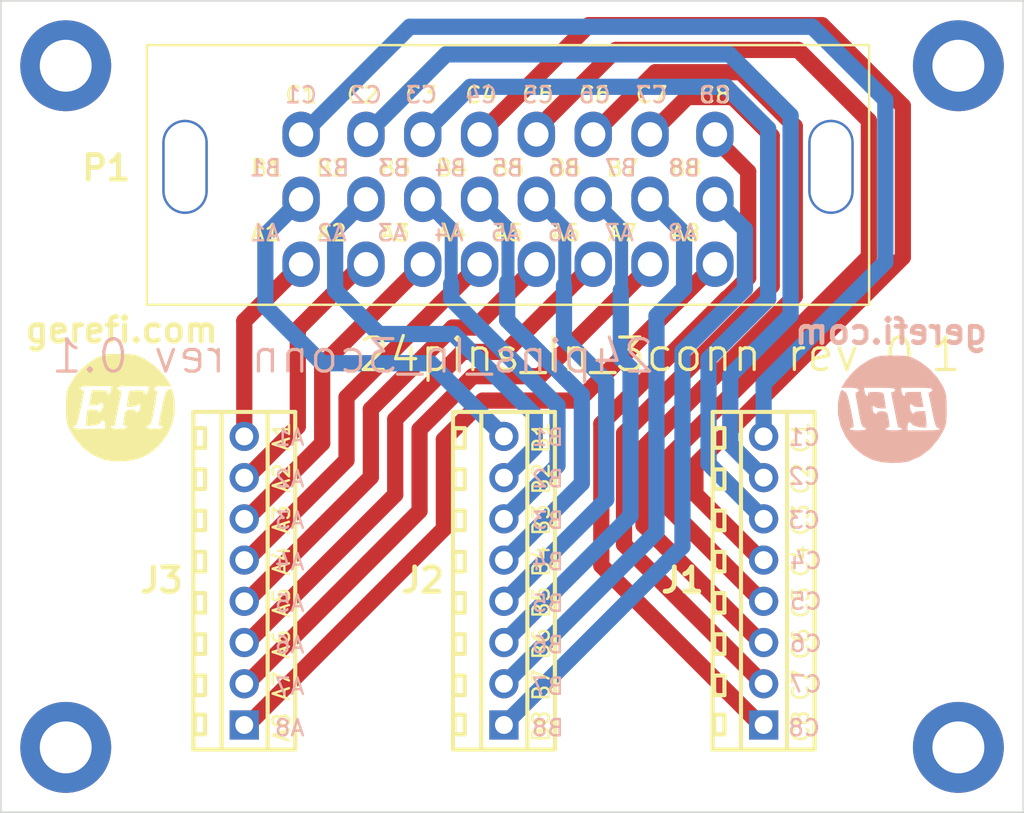
<source format=kicad_pcb>
(kicad_pcb (version 20211014) (generator pcbnew)
  (layers (0 "F.Cu" signal) (31 "B.Cu" signal) (34 "B.Paste" user) (35 "F.Paste" user) (36 "B.SilkS" user "B.Silkscreen") (37 "F.SilkS" user "F.Silkscreen") (38 "B.Mask" user) (39 "F.Mask" user) (44 "Edge.Cuts" user))
  (net 0 "")
  (net 1 "Net-(J2-Pad1)")
  (net 2 "Net-(J2-Pad2)")
  (net 3 "Net-(J2-Pad3)")
  (net 4 "Net-(J2-Pad4)")
  (net 5 "Net-(J1-Pad8)")
  (net 6 "Net-(J1-Pad7)")
  (net 7 "Net-(J1-Pad6)")
  (net 8 "Net-(J1-Pad5)")
  (net 9 "Net-(J1-Pad4)")
  (net 10 "Net-(J1-Pad3)")
  (net 11 "Net-(J1-Pad2)")
  (net 12 "Net-(J1-Pad1)")
  (net 13 "Net-(J2-Pad8)")
  (net 14 "Net-(J2-Pad7)")
  (net 15 "Net-(J2-Pad6)")
  (net 16 "Net-(J2-Pad5)")
  (net 17 "Net-(J3-Pad8)")
  (net 18 "Net-(J3-Pad7)")
  (net 19 "Net-(J3-Pad6)")
  (net 20 "Net-(J3-Pad5)")
  (net 21 "Net-(J3-Pad4)")
  (net 22 "Net-(J3-Pad3)")
  (net 23 "Net-(J3-Pad2)")
  (net 24 "Net-(J3-Pad1)")
  (footprint "MountingHole:MountingHole_3.2mm_M3_DIN965_Pad" (layer "F.Cu") (at 119 94 180)
    (fp_text reference "H4" hide)
    (fp_text value "MountingHole" hide)
    (pad "1" thru_hole circle locked (at 0 0 180) (size 5.6 5.6) (drill 3.2) (layers *.Cu *.Mask))
  )
  (footprint "gerefi_common:LOGO" (layer "F.Cu") (at 67.36 115.1)
    (fp_text reference "G?" hide)
    (fp_text value "LOGO" hide)
    (fp_text user "gerefi.com" (at 0.09 -4.82) (layer "F.SilkS") (effects (font (size 1.5 1.5) (thickness 0.3))))
  )
  (footprint "Connectors:DB125-2.54-8P-GN-S" (layer "F.Cu") (at 107 125.73 90)
    (fp_text reference "J1" (at 0.03 -5 unlocked) (layer "F.SilkS") (effects (font (size 1.5 1.5) (thickness 0.3))))
    (fp_text value "DB125-2.54-8P-GN-S")
    (pad "1" thru_hole rect (at -8.89 0 90) (size 1.799996 1.799996) (drill 1.100023) (layers *.Cu *.Mask) (net 12 "Net-(J1-Pad1)"))
    (pad "2" thru_hole circle (at -6.35 0 90) (size 1.799996 1.799996) (drill 1.100023) (layers *.Cu *.Mask) (net 11 "Net-(J1-Pad2)"))
    (pad "3" thru_hole circle (at -3.81 0 90) (size 1.799996 1.799996) (drill 1.100023) (layers *.Cu *.Mask) (net 10 "Net-(J1-Pad3)"))
    (pad "4" thru_hole circle (at -1.27 0 90) (size 1.799996 1.799996) (drill 1.100023) (layers *.Cu *.Mask) (net 9 "Net-(J1-Pad4)"))
    (pad "5" thru_hole circle (at 1.27 0 90) (size 1.799996 1.799996) (drill 1.100023) (layers *.Cu *.Mask) (net 8 "Net-(J1-Pad5)"))
    (pad "6" thru_hole circle (at 3.81 0 90) (size 1.799996 1.799996) (drill 1.100023) (layers *.Cu *.Mask) (net 7 "Net-(J1-Pad6)"))
    (pad "7" thru_hole circle (at 6.35 0 90) (size 1.799996 1.799996) (drill 1.100023) (layers *.Cu *.Mask) (net 6 "Net-(J1-Pad7)"))
    (pad "8" thru_hole circle (at 8.89 0 90) (size 1.799996 1.799996) (drill 1.100023) (layers *.Cu *.Mask) (net 5 "Net-(J1-Pad8)"))
  )
  (footprint "alphax-2ch:33311-24AW-2" (layer "F.Cu") (at 78.5 106.231)
    (fp_text reference "P1" (at -12 -5.931 unlocked) (layer "F.SilkS") (effects (font (size 1.5 1.5) (thickness 0.3))))
    (fp_text value "33311-24AW-2" hide)
    (fp_text user "C4" (at 11.1 -10.431 unlocked) (layer "B.SilkS") (effects (justify mirror)))
    (fp_text user "B6" (at 16.2 -5.931 unlocked) (layer "B.SilkS") (effects (justify mirror)))
    (fp_text user "A2" (at 1.9 -1.931 unlocked) (layer "B.SilkS") (effects (justify mirror)))
    (fp_text user "A7" (at 19.6 -1.931 unlocked) (layer "B.SilkS") (effects (justify mirror)))
    (fp_text user "C2" (at 4 -10.431 unlocked) (layer "B.SilkS") (effects (justify mirror)))
    (fp_text user "A5" (at 12.6 -1.931 unlocked) (layer "B.SilkS") (effects (justify mirror)))
    (fp_text user "B5" (at 12.7 -5.931 unlocked) (layer "B.SilkS") (effects (justify mirror)))
    (fp_text user "B4" (at 9.2 -5.931 unlocked) (layer "B.SilkS") (effects (justify mirror)))
    (fp_text user "C5" (at 14.6 -10.431 unlocked) (layer "B.SilkS") (effects (justify mirror)))
    (fp_text user "A6" (at 16.1 -1.931 unlocked) (layer "B.SilkS") (effects (justify mirror)))
    (fp_text user "B8" (at 23.6 -5.931 unlocked) (layer "B.SilkS") (effects (justify mirror)))
    (fp_text user "C7" (at 21.6 -10.431 unlocked) (layer "B.SilkS") (effects (justify mirror)))
    (fp_text user "C1" (at 0 -10.431 unlocked) (layer "B.SilkS") (effects (justify mirror)))
    (fp_text user "B7" (at 19.7 -5.931 unlocked) (layer "B.SilkS") (effects (justify mirror)))
    (fp_text user "C8" (at 25.5 -10.431 unlocked) (layer "B.SilkS") (effects (justify mirror)))
    (fp_text user "A1" (at -2.2 -1.931 unlocked) (layer "B.SilkS") (effects (justify mirror)))
    (fp_text user "B3" (at 5.7 -5.931 unlocked) (layer "B.SilkS") (effects (justify mirror)))
    (fp_text user "A3" (at 5.6 -1.931 unlocked) (layer "B.SilkS") (effects (justify mirror)))
    (fp_text user "C3" (at 7.4 -10.431 unlocked) (layer "B.SilkS") (effects (justify mirror)))
    (fp_text user "B2" (at 2 -5.931 unlocked) (layer "B.SilkS") (effects (justify mirror)))
    (fp_text user "A8" (at 23.5 -1.931 unlocked) (layer "B.SilkS") (effects (justify mirror)))
    (fp_text user "A4" (at 9.1 -1.931 unlocked) (layer "B.SilkS") (effects (justify mirror)))
    (fp_text user "B1" (at -2.2 -5.931 unlocked) (layer "B.SilkS") (effects (justify mirror)))
    (fp_text user "C6" (at 18.1 -10.431 unlocked) (layer "B.SilkS") (effects (justify mirror)))
    (fp_text user "B5" (at 12.8 -5.931 unlocked) (layer "F.SilkS"))
    (fp_text user "A3" (at 5.8 -1.931 unlocked) (layer "F.SilkS"))
    (fp_text user "C2" (at 3.8 -10.431 unlocked) (layer "F.SilkS"))
    (fp_text user "B8" (at 23.7 -5.931 unlocked) (layer "F.SilkS"))
    (fp_text user "A8" (at 23.7 -1.931 unlocked) (layer "F.SilkS"))
    (fp_text user "A6" (at 16.3 -1.931 unlocked) (layer "F.SilkS"))
    (fp_text user "A5" (at 12.8 -1.931 unlocked) (layer "F.SilkS"))
    (fp_text user "A7" (at 19.8 -1.931 unlocked) (layer "F.SilkS"))
    (fp_text user "C5" (at 14.6 -10.431 unlocked) (layer "F.SilkS"))
    (fp_text user "C4" (at 11.1 -10.431 unlocked) (layer "F.SilkS"))
    (fp_text user "B1" (at -2.1 -5.931 unlocked) (layer "F.SilkS"))
    (fp_text user "A4" (at 9.3 -1.931 unlocked) (layer "F.SilkS"))
    (fp_text user "C3" (at 7.4 -10.431 unlocked) (layer "F.SilkS"))
    (fp_text user "A1" (at -2.2 -1.931 unlocked) (layer "F.SilkS"))
    (fp_text user "B2" (at 1.9 -5.931 unlocked) (layer "F.SilkS"))
    (fp_text user "A2" (at 1.9 -1.931 unlocked) (layer "F.SilkS"))
    (fp_text user "B6" (at 16.3 -5.931 unlocked) (layer "F.SilkS"))
    (fp_text user "C7" (at 21.6 -10.431 unlocked) (layer "F.SilkS"))
    (fp_text user "B3" (at 5.8 -5.931 unlocked) (layer "F.SilkS"))
    (fp_text user "C6" (at 18.1 -10.431 unlocked) (layer "F.SilkS"))
    (fp_text user "C8" (at 25.5 -10.431 unlocked) (layer "F.SilkS"))
    (fp_text user "C1" (at 0 -10.431 unlocked) (layer "F.SilkS"))
    (fp_text user "B7" (at 19.8 -5.931 unlocked) (layer "F.SilkS"))
    (fp_text user "B4" (at 9.3 -5.931 unlocked) (layer "F.SilkS"))
    (pad "" thru_hole oval locked (at 32.65 -6 270) (size 5.8 2.8) (drill oval 5.5 2.5) (layers *.Cu *.Mask))
    (pad "" thru_hole oval locked (at -7.15 -6 270) (size 5.8 2.8) (drill oval 5.5 2.5) (layers *.Cu *.Mask))
    (pad "1" thru_hole oval locked (at 0 0 270) (size 2.8 2.3) (drill 1.5) (layers *.Cu *.Mask) (net 17 "Net-(J3-Pad8)"))
    (pad "2" thru_hole oval locked (at 4 0 270) (size 2.8 2.3) (drill 1.5) (layers *.Cu *.Mask) (net 18 "Net-(J3-Pad7)"))
    (pad "3" thru_hole oval locked (at 7.5 0 270) (size 2.8 2.3) (drill 1.5) (layers *.Cu *.Mask) (net 19 "Net-(J3-Pad6)"))
    (pad "4" thru_hole oval locked (at 11 0 270) (size 2.8 2.3) (drill 1.5) (layers *.Cu *.Mask) (net 20 "Net-(J3-Pad5)"))
    (pad "5" thru_hole oval locked (at 14.5 0 270) (size 2.8 2.3) (drill 1.5) (layers *.Cu *.Mask) (net 21 "Net-(J3-Pad4)"))
    (pad "6" thru_hole oval locked (at 18 0 270) (size 2.8 2.3) (drill 1.5) (layers *.Cu *.Mask) (net 22 "Net-(J3-Pad3)"))
    (pad "7" thru_hole oval locked (at 21.5 0 270) (size 2.8 2.3) (drill 1.5) (layers *.Cu *.Mask) (net 23 "Net-(J3-Pad2)"))
    (pad "8" thru_hole oval locked (at 25.5 0 270) (size 2.8 2.3) (drill 1.5) (layers *.Cu *.Mask) (net 24 "Net-(J3-Pad1)"))
    (pad "9" thru_hole oval locked (at 0 -4 270) (size 2.8 2.3) (drill 1.5) (layers *.Cu *.Mask) (net 13 "Net-(J2-Pad8)"))
    (pad "10" thru_hole oval locked (at 4 -4 270) (size 2.8 2.3) (drill 1.5) (layers *.Cu *.Mask) (net 14 "Net-(J2-Pad7)"))
    (pad "11" thru_hole oval locked (at 7.5 -4 270) (size 2.8 2.3) (drill 1.5) (layers *.Cu *.Mask) (net 15 "Net-(J2-Pad6)"))
    (pad "12" thru_hole oval locked (at 11 -4 270) (size 2.8 2.3) (drill 1.5) (layers *.Cu *.Mask) (net 16 "Net-(J2-Pad5)"))
    (pad "13" thru_hole oval locked (at 14.5 -4 270) (size 2.8 2.3) (drill 1.5) (layers *.Cu *.Mask) (net 4 "Net-(J2-Pad4)"))
    (pad "14" thru_hole oval locked (at 18 -4 270) (size 2.8 2.3) (drill 1.5) (layers *.Cu *.Mask) (net 3 "Net-(J2-Pad3)"))
    (pad "15" thru_hole oval locked (at 21.5 -4 270) (size 2.8 2.3) (drill 1.5) (layers *.Cu *.Mask) (net 2 "Net-(J2-Pad2)"))
    (pad "16" thru_hole oval locked (at 25.5 -4 270) (size 2.8 2.3) (drill 1.5) (layers *.Cu *.Mask) (net 1 "Net-(J2-Pad1)"))
    (pad "17" thru_hole oval locked (at 0 -8 270) (size 2.8 2.3) (drill 1.5) (layers *.Cu *.Mask) (net 5 "Net-(J1-Pad8)"))
    (pad "18" thru_hole oval locked (at 4 -8 270) (size 2.8 2.3) (drill 1.5) (layers *.Cu *.Mask) (net 6 "Net-(J1-Pad7)"))
    (pad "19" thru_hole oval locked (at 7.5 -8 270) (size 2.8 2.3) (drill 1.5) (layers *.Cu *.Mask) (net 7 "Net-(J1-Pad6)"))
    (pad "20" thru_hole oval locked (at 11 -8 270) (size 2.8 2.3) (drill 1.5) (layers *.Cu *.Mask) (net 8 "Net-(J1-Pad5)"))
    (pad "21" thru_hole oval locked (at 14.5 -8 270) (size 2.8 2.3) (drill 1.5) (layers *.Cu *.Mask) (net 9 "Net-(J1-Pad4)"))
    (pad "22" thru_hole oval locked (at 18 -8 270) (size 2.8 2.3) (drill 1.5) (layers *.Cu *.Mask) (net 10 "Net-(J1-Pad3)"))
    (pad "23" thru_hole oval locked (at 21.5 -8 270) (size 2.8 2.3) (drill 1.5) (layers *.Cu *.Mask) (net 11 "Net-(J1-Pad2)"))
    (pad "24" thru_hole oval locked (at 25.5 -8 270) (size 2.8 2.3) (drill 1.5) (layers *.Cu *.Mask) (net 12 "Net-(J1-Pad1)"))
  )
  (footprint "Connectors:DB125-2.54-8P-GN-S" (layer "F.Cu") (at 91 125.73 90)
    (fp_text reference "J2" (at 0.03 -5 unlocked) (layer "F.SilkS") (effects (font (size 1.5 1.5) (thickness 0.3))))
    (fp_text value "DB125-2.54-8P-GN-S")
    (pad "1" thru_hole rect (at -8.89 0 90) (size 1.799996 1.799996) (drill 1.100023) (layers *.Cu *.Mask) (net 1 "Net-(J2-Pad1)"))
    (pad "2" thru_hole circle (at -6.35 0 90) (size 1.799996 1.799996) (drill 1.100023) (layers *.Cu *.Mask) (net 2 "Net-(J2-Pad2)"))
    (pad "3" thru_hole circle (at -3.81 0 90) (size 1.799996 1.799996) (drill 1.100023) (layers *.Cu *.Mask) (net 3 "Net-(J2-Pad3)"))
    (pad "4" thru_hole circle (at -1.27 0 90) (size 1.799996 1.799996) (drill 1.100023) (layers *.Cu *.Mask) (net 4 "Net-(J2-Pad4)"))
    (pad "5" thru_hole circle (at 1.27 0 90) (size 1.799996 1.799996) (drill 1.100023) (layers *.Cu *.Mask) (net 16 "Net-(J2-Pad5)"))
    (pad "6" thru_hole circle (at 3.81 0 90) (size 1.799996 1.799996) (drill 1.100023) (layers *.Cu *.Mask) (net 15 "Net-(J2-Pad6)"))
    (pad "7" thru_hole circle (at 6.35 0 90) (size 1.799996 1.799996) (drill 1.100023) (layers *.Cu *.Mask) (net 14 "Net-(J2-Pad7)"))
    (pad "8" thru_hole circle (at 8.89 0 90) (size 1.799996 1.799996) (drill 1.100023) (layers *.Cu *.Mask) (net 13 "Net-(J2-Pad8)"))
  )
  (footprint "MountingHole:MountingHole_3.2mm_M3_DIN965_Pad" (layer "F.Cu") (at 64 136 180)
    (fp_text reference "H1" hide)
    (fp_text value "MountingHole" hide)
    (pad "1" thru_hole circle locked (at 0 0 180) (size 5.6 5.6) (drill 3.2) (layers *.Cu *.Mask))
  )
  (footprint "Connectors:DB125-2.54-8P-GN-S" (layer "F.Cu") (at 75 125.73 90)
    (fp_text reference "J3" (at 0.03 -5.1 unlocked) (layer "F.SilkS") (effects (font (size 1.5 1.5) (thickness 0.3))))
    (fp_text value "DB125-2.54-8P-GN-S")
    (pad "1" thru_hole rect (at -8.89 0 90) (size 1.799996 1.799996) (drill 1.100023) (layers *.Cu *.Mask) (net 24 "Net-(J3-Pad1)"))
    (pad "2" thru_hole circle (at -6.35 0 90) (size 1.799996 1.799996) (drill 1.100023) (layers *.Cu *.Mask) (net 23 "Net-(J3-Pad2)"))
    (pad "3" thru_hole circle (at -3.81 0 90) (size 1.799996 1.799996) (drill 1.100023) (layers *.Cu *.Mask) (net 22 "Net-(J3-Pad3)"))
    (pad "4" thru_hole circle (at -1.27 0 90) (size 1.799996 1.799996) (drill 1.100023) (layers *.Cu *.Mask) (net 21 "Net-(J3-Pad4)"))
    (pad "5" thru_hole circle (at 1.27 0 90) (size 1.799996 1.799996) (drill 1.100023) (layers *.Cu *.Mask) (net 20 "Net-(J3-Pad5)"))
    (pad "6" thru_hole circle (at 3.81 0 90) (size 1.799996 1.799996) (drill 1.100023) (layers *.Cu *.Mask) (net 19 "Net-(J3-Pad6)"))
    (pad "7" thru_hole circle (at 6.35 0 90) (size 1.799996 1.799996) (drill 1.100023) (layers *.Cu *.Mask) (net 18 "Net-(J3-Pad7)"))
    (pad "8" thru_hole circle (at 8.89 0 90) (size 1.799996 1.799996) (drill 1.100023) (layers *.Cu *.Mask) (net 17 "Net-(J3-Pad8)"))
  )
  (footprint "MountingHole:MountingHole_3.2mm_M3_DIN965_Pad" (layer "F.Cu") (at 64 94 180)
    (fp_text reference "H3" hide)
    (fp_text value "MountingHole" hide)
    (pad "1" thru_hole circle locked (at 0 0 180) (size 5.6 5.6) (drill 3.2) (layers *.Cu *.Mask))
  )
  (footprint "MountingHole:MountingHole_3.2mm_M3_DIN965_Pad" (layer "F.Cu") (at 119 136 180)
    (fp_text reference "H2" hide)
    (fp_text value "MountingHole" hide)
    (pad "1" thru_hole circle locked (at 0 0 180) (size 5.6 5.6) (drill 3.2) (layers *.Cu *.Mask))
  )
  (footprint "gerefi_common:LOGO" (layer "B.Cu") (at 114.934286 115.2 180)
    (fp_text reference "G?" hide)
    (fp_text value "LOGO" hide)
    (fp_text user "gerefi.com" (at 0.09 4.82) (layer "B.SilkS") (effects (font (size 1.5 1.5) (thickness 0.3)) (justify mirror)))
  )
  (gr_line (start 60 90) (end 60 140) (layer "Edge.Cuts") (width 0.1))
  (gr_line (start 123 90) (end 60 90) (layer "Edge.Cuts") (width 0.1))
  (gr_line (start 60 140) (end 123 140) (layer "Edge.Cuts") (width 0.1))
  (gr_line (start 123 140) (end 123 90) (layer "Edge.Cuts") (width 0.1))
  (gr_text "B4" (at 93.7 124.571426) (layer "B.SilkS") (effects (font (size 1 1)) (justify mirror)))
  (gr_text "C3" (at 109.5 122) (layer "B.SilkS") (effects (font (size 1 1)) (justify mirror)))
  (gr_text "B2" (at 93.7 119.457142) (layer "B.SilkS") (effects (font (size 1 1)) (justify mirror)))
  (gr_text "C4" (at 109.6 124.5) (layer "B.SilkS") (effects (font (size 1 1)) (justify mirror)))
  (gr_text "24pins_In_3conn rev 0.1" (at 81.684286 111.9) (layer "B.SilkS") (effects (font (size 2 2) (thickness 0.2)) (justify mirror)))
  (gr_text "A2" (at 77.8 119.457142) (layer "B.SilkS") (effects (font (size 1 1)) (justify mirror)))
  (gr_text "A6" (at 77.8 129.68571) (layer "B.SilkS") (effects (font (size 1 1)) (justify mirror)))
  (gr_text "A7" (at 77.8 132.242852) (layer "B.SilkS") (effects (font (size 1 1)) (justify mirror)))
  (gr_text "C8" (at 109.5 134.8) (layer "B.SilkS") (effects (font (size 1 1)) (justify mirror)))
  (gr_text "C6" (at 109.6 129.6) (layer "B.SilkS") (effects (font (size 1 1)) (justify mirror)))
  (gr_text "C7" (at 109.6 132.1) (layer "B.SilkS") (effects (font (size 1 1)) (justify mirror)))
  (gr_text "A1" (at 77.8 116.9) (layer "B.SilkS") (effects (font (size 1 1)) (justify mirror)))
  (gr_text "A5" (at 77.8 127.128568) (layer "B.SilkS") (effects (font (size 1 1)) (justify mirror)))
  (gr_text "A3" (at 77.8 122.014284) (layer "B.SilkS") (effects (font (size 1 1)) (justify mirror)))
  (gr_text "B7" (at 93.7 132.242852) (layer "B.SilkS") (effects (font (size 1 1)) (justify mirror)))
  (gr_text "C2" (at 109.5 119.3) (layer "B.SilkS") (effects (font (size 1 1)) (justify mirror)))
  (gr_text "B3" (at 93.7 122.014284) (layer "B.SilkS") (effects (font (size 1 1)) (justify mirror)))
  (gr_text "B1" (at 93.7 116.9) (layer "B.SilkS") (effects (font (size 1 1)) (justify mirror)))
  (gr_text "A8" (at 77.8 134.8) (layer "B.SilkS") (effects (font (size 1 1)) (justify mirror)))
  (gr_text "B5" (at 93.7 127.128568) (layer "B.SilkS") (effects (font (size 1 1)) (justify mirror)))
  (gr_text "A4" (at 77.8 124.571426) (layer "B.SilkS") (effects (font (size 1 1)) (justify mirror)))
  (gr_text "C5" (at 109.6 127) (layer "B.SilkS") (effects (font (size 1 1)) (justify mirror)))
  (gr_text "B6" (at 93.7 129.68571) (layer "B.SilkS") (effects (font (size 1 1)) (justify mirror)))
  (gr_text "C1" (at 109.5 116.9) (layer "B.SilkS") (effects (font (size 1 1)) (justify mirror)))
  (gr_text "B8" (at 93.7 134.8) (layer "B.SilkS") (effects (font (size 1 1)) (justify mirror)))
  (gr_text "C2" (at 109.3 119.442857 90) (layer "F.SilkS") (effects (font (size 1 1))))
  (gr_text "B4" (at 93.3 124.528571 90) (layer "F.SilkS") (effects (font (size 1 1))))
  (gr_text "A7" (at 77.3 132.208161 90) (layer "F.SilkS") (effects (font (size 1 1))))
  (gr_text "C4" (at 109.3 124.528571 90) (layer "F.SilkS") (effects (font (size 1 1))))
  (gr_text "24pins_In_3conn rev 0.1" (at 100.61 111.8) (layer "F.SilkS") (effects (font (size 2 2) (thickness 0.2))))
  (gr_text "A3" (at 77.3 121.955101 90) (layer "F.SilkS") (effects (font (size 1 1))))
  (gr_text "A1" (at 77.3 116.828571 90) (layer "F.SilkS") (effects (font (size 1 1))))
  (gr_text "B3" (at 93.3 121.985714 90) (layer "F.SilkS") (effects (font (size 1 1))))
  (gr_text "A5" (at 77.3 127.081631 90) (layer "F.SilkS") (effects (font (size 1 1))))
  (gr_text "B7" (at 93.3 132.157142 90) (layer "F.SilkS") (effects (font (size 1 1))))
  (gr_text "A4" (at 77.3 124.518366 90) (layer "F.SilkS") (effects (font (size 1 1))))
  (gr_text "C7" (at 109.3 132.157142 90) (layer "F.SilkS") (effects (font (size 1 1))))
  (gr_text "B8" (at 93.3 134.7 90) (layer "F.SilkS") (effects (font (size 1 1))))
  (gr_text "C5" (at 109.3 127.071428 90) (layer "F.SilkS") (effects (font (size 1 1))))
  (gr_text "C8" (at 109.3 134.7 90) (layer "F.SilkS") (effects (font (size 1 1))))
  (gr_text "A8" (at 77.3 134.771428 90) (layer "F.SilkS") (effects (font (size 1 1))))
  (gr_text "C6" (at 109.3 129.614285 90) (layer "F.SilkS") (effects (font (size 1 1))))
  (gr_text "B5" (at 93.3 127.071428 90) (layer "F.SilkS") (effects (font (size 1 1))))
  (gr_text "A2" (at 77.3 119.391836 90) (layer "F.SilkS") (effects (font (size 1 1))))
  (gr_text "B2" (at 93.3 119.442857 90) (layer "F.SilkS") (effects (font (size 1 1))))
  (gr_text "B1" (at 93.3 116.9 90) (layer "F.SilkS") (effects (font (size 1 1))))
  (gr_text "C1" (at 109.3 116.9 90) (layer "F.SilkS") (effects (font (size 1 1))))
  (gr_text "C3" (at 109.3 121.985714 90) (layer "F.SilkS") (effects (font (size 1 1))))
  (gr_text "B6" (at 93.3 129.614285 90) (layer "F.SilkS") (effects (font (size 1 1))))
  (gr_text "A6" (at 77.3 129.644896 90) (layer "F.SilkS") (effects (font (size 1 1))))
  (segment (start 105.85 104.081) (end 105.85 107.75) (width 1) (layer "B.Cu") (net 1))
  (segment (start 105.85 107.75) (end 102 111.6) (width 1) (layer "B.Cu") (net 1))
  (segment (start 102 111.6) (end 102 123.62) (width 1) (layer "B.Cu") (net 1))
  (segment (start 104 102.231) (end 105.85 104.081) (width 1) (layer "B.Cu") (net 1))
  (segment (start 102 123.62) (end 91 134.62) (width 1) (layer "B.Cu") (net 1))
  (segment (start 91 132.08) (end 91.05 132.08) (width 1) (layer "B.Cu") (net 2))
  (segment (start 100.001 102.231) (end 100 102.231) (width 1) (layer "B.Cu") (net 2))
  (segment (start 102.1 107.7) (end 102.1 104.33) (width 1) (layer "B.Cu") (net 2))
  (segment (start 91.05 132.08) (end 100.4 122.73) (width 1) (layer "B.Cu") (net 2))
  (segment (start 100.4 122.73) (end 100.4 109.4) (width 1) (layer "B.Cu") (net 2))
  (segment (start 102.1 104.33) (end 100.001 102.231) (width 1) (layer "B.Cu") (net 2))
  (segment (start 100.4 109.4) (end 102.1 107.7) (width 1) (layer "B.Cu") (net 2))
  (segment (start 98.8 121.73) (end 98.8 112.63) (width 1) (layer "B.Cu") (net 3))
  (segment (start 98.2 112.03) (end 98.2 107.83) (width 1) (layer "B.Cu") (net 3))
  (segment (start 91 129.53) (end 98.8 121.73) (width 1) (layer "B.Cu") (net 3))
  (segment (start 91 129.54) (end 91 129.53) (width 1) (layer "B.Cu") (net 3))
  (segment (start 98.25 103.981) (end 96.5 102.231) (width 0.8) (layer "B.Cu") (net 3))
  (segment (start 98.8 112.63) (end 98.2 112.03) (width 1) (layer "B.Cu") (net 3))
  (segment (start 98.25 107.88) (end 98.25 103.981) (width 0.8) (layer "B.Cu") (net 3))
  (segment (start 94.75 103.981) (end 93 102.231) (width 0.8) (layer "B.Cu") (net 4))
  (segment (start 94.75 107.347295) (end 94.75 103.981) (width 0.8) (layer "B.Cu") (net 4))
  (segment (start 91.03 127) (end 97.3 120.73) (width 1) (layer "B.Cu") (net 4))
  (segment (start 94.7 110.827056) (end 94.7 107.529999) (width 1) (layer "B.Cu") (net 4))
  (segment (start 97.3 120.73) (end 97.3 113.427056) (width 1) (layer "B.Cu") (net 4))
  (segment (start 91 127) (end 91.03 127) (width 1) (layer "B.Cu") (net 4))
  (segment (start 97.3 113.427056) (end 94.7 110.827056) (width 1) (layer "B.Cu") (net 4))
  (segment (start 107 113.6) (end 107 116.84) (width 1) (layer "B.Cu") (net 5))
  (segment (start 85.2 91.6) (end 110 91.6) (width 1) (layer "B.Cu") (net 5))
  (segment (start 114.5 96.1) (end 114.5 106.1) (width 1) (layer "B.Cu") (net 5))
  (segment (start 114.5 106.1) (end 107 113.6) (width 1) (layer "B.Cu") (net 5))
  (segment (start 78.569 98.231) (end 85.2 91.6) (width 1) (layer "B.Cu") (net 5))
  (segment (start 78.5 98.231) (end 78.569 98.231) (width 1) (layer "B.Cu") (net 5))
  (segment (start 110 91.6) (end 114.5 96.1) (width 1) (layer "B.Cu") (net 5))
  (segment (start 108.663025 97.063025) (end 108.663025 109.362631) (width 1) (layer "B.Cu") (net 6))
  (segment (start 104.945325 113.080331) (end 104.945325 117.325325) (width 1) (layer "B.Cu") (net 6))
  (segment (start 108.663025 109.362631) (end 104.945325 113.080331) (width 1) (layer "B.Cu") (net 6))
  (segment (start 104.9 93.3) (end 108.663025 97.063025) (width 1) (layer "B.Cu") (net 6))
  (segment (start 87.431 93.3) (end 104.9 93.3) (width 1) (layer "B.Cu") (net 6))
  (segment (start 82.5 98.231) (end 87.431 93.3) (width 1) (layer "B.Cu") (net 6))
  (segment (start 104.945325 117.325325) (end 107 119.38) (width 1) (layer "B.Cu") (net 6))
  (segment (start 103.60596 118.52596) (end 107 121.92) (width 1) (layer "B.Cu") (net 7))
  (segment (start 103.60596 112.053887) (end 103.60596 118.52596) (width 1) (layer "B.Cu") (net 7))
  (segment (start 104.7 95.3) (end 107.277337 97.877337) (width 1) (layer "B.Cu") (net 7))
  (segment (start 86 98.231) (end 88.931 95.3) (width 1) (layer "B.Cu") (net 7))
  (segment (start 107.277337 108.38251) (end 103.60596 112.053887) (width 1) (layer "B.Cu") (net 7))
  (segment (start 107.277337 97.877337) (end 107.277337 108.38251) (width 1) (layer "B.Cu") (net 7))
  (segment (start 88.931 95.3) (end 104.7 95.3) (width 1) (layer "B.Cu") (net 7))
  (segment (start 115.579333 105.800211) (end 102.8 118.579544) (width 1) (layer "F.Cu") (net 8))
  (segment (start 89.5 98.231) (end 96.231 91.5) (width 1) (layer "F.Cu") (net 8))
  (segment (start 106.86 124.46) (end 107 124.46) (width 1) (layer "F.Cu") (net 8))
  (segment (start 110.6 91.5) (end 115.579333 96.479333) (width 1) (layer "F.Cu") (net 8))
  (segment (start 96.231 91.5) (end 110.6 91.5) (width 1) (layer "F.Cu") (net 8))
  (segment (start 102.8 118.579544) (end 102.8 120.4) (width 1) (layer "F.Cu") (net 8))
  (segment (start 102.8 120.4) (end 106.86 124.46) (width 1) (layer "F.Cu") (net 8))
  (segment (start 115.579333 96.479333) (end 115.579333 105.800211) (width 1) (layer "F.Cu") (net 8))
  (segment (start 106.9 127) (end 101.2 121.3) (width 1) (layer "F.Cu") (net 9))
  (segment (start 101.2 118.050316) (end 113.483902 105.766414) (width 1) (layer "F.Cu") (net 9))
  (segment (start 107 127) (end 106.9 127) (width 1) (layer "F.Cu") (net 9))
  (segment (start 97.905159 93.024841) (end 93 97.93) (width 1) (layer "F.Cu") (net 9))
  (segment (start 101.2 121.3) (end 101.2 118.050316) (width 1) (layer "F.Cu") (net 9))
  (segment (start 113.483902 105.766414) (end 113.483902 97.384689) (width 1) (layer "F.Cu") (net 9))
  (segment (start 93 97.93) (end 93 98.231) (width 1) (layer "F.Cu") (net 9))
  (segment (start 113.483902 97.384689) (end 109.124054 93.024841) (width 1) (layer "F.Cu") (net 9))
  (segment (start 109.124054 93.024841) (end 97.905159 93.024841) (width 1) (layer "F.Cu") (net 9))
  (segment (start 99.6 117.521087) (end 99.6 122.3) (width 1) (layer "F.Cu") (net 10))
  (segment (start 96.5 98.231) (end 100.331 94.4) (width 1) (layer "F.Cu") (net 10))
  (segment (start 108.92127 97.732422) (end 108.92127 108.199817) (width 1) (layer "F.Cu") (net 10))
  (segment (start 105.588848 94.4) (end 108.92127 97.732422) (width 1) (layer "F.Cu") (net 10))
  (segment (start 106.84 129.54) (end 107 129.54) (width 1) (layer "F.Cu") (net 10))
  (segment (start 99.6 122.3) (end 106.84 129.54) (width 1) (layer "F.Cu") (net 10))
  (segment (start 100.331 94.4) (end 105.588848 94.4) (width 1) (layer "F.Cu") (net 10))
  (segment (start 108.92127 108.199817) (end 99.6 117.521087) (width 1) (layer "F.Cu") (net 10))
  (segment (start 107.5 107.559453) (end 98.4 116.659453) (width 1) (layer "F.Cu") (net 11))
  (segment (start 107.5 98.33) (end 107.5 107.559453) (width 1) (layer "F.Cu") (net 11))
  (segment (start 100 98.231) (end 102.301 95.93) (width 1) (layer "F.Cu") (net 11))
  (segment (start 105.1 95.93) (end 107.5 98.33) (width 1) (layer "F.Cu") (net 11))
  (segment (start 98.4 123.5) (end 106.98 132.08) (width 1) (layer "F.Cu") (net 11))
  (segment (start 102.301 95.93) (end 105.1 95.93) (width 1) (layer "F.Cu") (net 11))
  (segment (start 106.98 132.08) (end 107 132.08) (width 1) (layer "F.Cu") (net 11))
  (segment (start 98.4 116.659453) (end 98.4 123.5) (width 1) (layer "F.Cu") (net 11))
  (segment (start 97 116.065414) (end 97 124.8) (width 1) (layer "F.Cu") (net 12))
  (segment (start 104 98.481) (end 106.048502 100.529502) (width 1) (layer "F.Cu") (net 12))
  (segment (start 97 124.8) (end 106.82 134.62) (width 1) (layer "F.Cu") (net 12))
  (segment (start 104.766295 108.331) (end 104.734414 108.331) (width 1) (layer "F.Cu") (net 12))
  (segment (start 104.734414 108.331) (end 97 116.065414) (width 1) (layer "F.Cu") (net 12))
  (segment (start 106.048502 100.529502) (end 106.048502 107.048793) (width 1) (layer "F.Cu") (net 12))
  (segment (start 104 98.231) (end 104 98.481) (width 1) (layer "F.Cu") (net 12))
  (segment (start 106.048502 107.048793) (end 104.766295 108.331) (width 1) (layer "F.Cu") (net 12))
  (segment (start 106.82 134.62) (end 107 134.62) (width 1) (layer "F.Cu") (net 12))
  (segment (start 79.8 112.33) (end 86.49 112.33) (width 1) (layer "B.Cu") (net 13))
  (segment (start 86.49 112.33) (end 91 116.84) (width 1) (layer "B.Cu") (net 13))
  (segment (start 78.499 102.231) (end 76.3 104.43) (width 1) (layer "B.Cu") (net 13))
  (segment (start 78.5 102.231) (end 78.499 102.231) (width 1) (layer "B.Cu") (net 13))
  (segment (start 76.3 104.43) (end 76.3 108.83) (width 1) (layer "B.Cu") (net 13))
  (segment (start 76.3 108.83) (end 79.8 112.33) (width 1) (layer "B.Cu") (net 13))
  (segment (start 80.6 107.83) (end 80.6 104.131) (width 1) (layer "B.Cu") (net 14))
  (segment (start 83.3 110.53) (end 80.6 107.83) (width 1) (layer "B.Cu") (net 14))
  (segment (start 87.9 110.53) (end 83.3 110.53) (width 1) (layer "B.Cu") (net 14))
  (segment (start 92.9 115.53) (end 87.9 110.53) (width 1) (layer "B.Cu") (net 14))
  (segment (start 91 119.38) (end 91.05 119.38) (width 1) (layer "B.Cu") (net 14))
  (segment (start 80.6 104.131) (end 82.5 102.231) (width 1) (layer "B.Cu") (net 14))
  (segment (start 92.9 117.53) (end 92.9 115.53) (width 1) (layer "B.Cu") (net 14))
  (segment (start 91.05 119.38) (end 92.9 117.53) (width 1) (layer "B.Cu") (net 14))
  (segment (start 87.75 107.347295) (end 87.75 103.981) (width 0.8) (layer "B.Cu") (net 15))
  (segment (start 91 121.92) (end 91.01 121.92) (width 1) (layer "B.Cu") (net 15))
  (segment (start 87.75 103.981) (end 86 102.231) (width 0.8) (layer "B.Cu") (net 15))
  (segment (start 91.01 121.92) (end 94.3 118.63) (width 1) (layer "B.Cu") (net 15))
  (segment (start 87.75 108.38) (end 87.75 107.43) (width 1) (layer "B.Cu") (net 15))
  (segment (start 94.3 118.63) (end 94.3 114.93) (width 1) (layer "B.Cu") (net 15))
  (segment (start 94.3 114.93) (end 87.75 108.38) (width 1) (layer "B.Cu") (net 15))
  (segment (start 91.2 107.33) (end 91.2 109.68) (width 1) (layer "B.Cu") (net 16))
  (segment (start 91.2 109.68) (end 95.8 114.28) (width 1) (layer "B.Cu") (net 16))
  (segment (start 91.07 124.46) (end 91 124.46) (width 1) (layer "B.Cu") (net 16))
  (segment (start 95.8 119.73) (end 91.07 124.46) (width 1) (layer "B.Cu") (net 16))
  (segment (start 95.8 114.28) (end 95.8 119.73) (width 1) (layer "B.Cu") (net 16))
  (segment (start 91.25 103.981) (end 89.5 102.231) (width 0.8) (layer "B.Cu") (net 16))
  (segment (start 91.25 107.18) (end 91.25 103.981) (width 0.8) (layer "B.Cu") (net 16))
  (segment (start 78.5 106.231) (end 78.499 106.231) (width 1) (layer "F.Cu") (net 17))
  (segment (start 78.499 106.231) (end 75 109.73) (width 1) (layer "F.Cu") (net 17))
  (segment (start 75 109.73) (end 75 116.84) (width 1) (layer "F.Cu") (net 17))
  (segment (start 75.147003 119.38) (end 75 119.38) (width 1) (layer "F.Cu") (net 18))
  (segment (start 78.3 116.227003) (end 75.147003 119.38) (width 1) (layer "F.Cu") (net 18))
  (segment (start 78.3 110.220559) (end 78.3 116.227003) (width 1) (layer "F.Cu") (net 18))
  (segment (start 82.289559 106.231) (end 78.3 110.220559) (width 1) (layer "F.Cu") (net 18))
  (segment (start 79.8 112.431) (end 79.8 117.267003) (width 1) (layer "F.Cu") (net 19))
  (segment (start 86 106.231) (end 79.8 112.431) (width 1) (layer "F.Cu") (net 19))
  (segment (start 79.8 117.267003) (end 75.147003 121.92) (width 1) (layer "F.Cu") (net 19))
  (segment (start 75.147003 121.92) (end 75 121.92) (width 1) (layer "F.Cu") (net 19))
  (segment (start 81.3 114.43) (end 81.3 118.307002) (width 1) (layer "F.Cu") (net 20))
  (segment (start 75.147002 124.46) (end 75 124.46) (width 1) (layer "F.Cu") (net 20))
  (segment (start 81.3 118.307002) (end 75.147002 124.46) (width 1) (layer "F.Cu") (net 20))
  (segment (start 89.499 106.231) (end 81.3 114.43) (width 1) (layer "F.Cu") (net 20))
  (segment (start 75.147003 127) (end 75 127) (width 1) (layer "F.Cu") (net 21))
  (segment (start 82.8 115.16604) (end 82.8 119.347003) (width 1) (layer "F.Cu") (net 21))
  (segment (start 82.8 119.347003) (end 75.147003 127) (width 1) (layer "F.Cu") (net 21))
  (segment (start 93 106.33) (end 89.199 110.131) (width 1) (layer "F.Cu") (net 21))
  (segment (start 89.199 110.131) (end 87.83504 110.131) (width 1) (layer "F.Cu") (net 21))
  (segment (start 87.83504 110.131) (end 82.8 115.16604) (width 1) (layer "F.Cu") (net 21))
  (segment (start 75 129.54) (end 75.19 129.54) (width 1) (layer "F.Cu") (net 22))
  (segment (start 75.19 129.54) (end 84.3 120.43) (width 1) (layer "F.Cu") (net 22))
  (segment (start 84.3 120.43) (end 84.3 115.78736) (width 1) (layer "F.Cu") (net 22))
  (segment (start 84.3 115.78736) (end 88.45636 111.631) (width 1) (layer "F.Cu") (net 22))
  (segment (start 88.45636 111.631) (end 91.099 111.631) (width 1) (layer "F.Cu") (net 22))
  (segment (start 91.099 111.631) (end 96.499 106.231) (width 1) (layer "F.Cu") (net 22))
  (segment (start 75.15 132.08) (end 75 132.08) (width 1) (layer "F.Cu") (net 23))
  (segment (start 89.07768 113.131) (end 85.8 116.40868) (width 1) (layer "F.Cu") (net 23))
  (segment (start 100 106.33) (end 93.199 113.131) (width 1) (layer "F.Cu") (net 23))
  (segment (start 93.199 113.131) (end 89.07768 113.131) (width 1) (layer "F.Cu") (net 23))
  (segment (start 85.8 116.40868) (end 85.8 121.43) (width 1) (layer "F.Cu") (net 23))
  (segment (start 85.8 121.43) (end 75.15 132.08) (width 1) (layer "F.Cu") (net 23))
  (segment (start 100 106.231) (end 100 106.33) (width 1) (layer "F.Cu") (net 23))
  (segment (start 103.999 106.231) (end 95.599 114.631) (width 1) (layer "F.Cu") (net 24))
  (segment (start 95.599 114.631) (end 89.699 114.631) (width 1) (layer "F.Cu") (net 24))
  (segment (start 75.21 134.62) (end 75 134.62) (width 1) (layer "F.Cu") (net 24))
  (segment (start 87.3 117.03) (end 87.3 122.53) (width 1) (layer "F.Cu") (net 24))
  (segment (start 104 106.231) (end 103.999 106.231) (width 1) (layer "F.Cu") (net 24))
  (segment (start 87.3 122.53) (end 75.21 134.62) (width 1) (layer "F.Cu") (net 24))
  (segment (start 89.699 114.631) (end 87.3 117.03) (width 1) (layer "F.Cu") (net 24))
)
</source>
